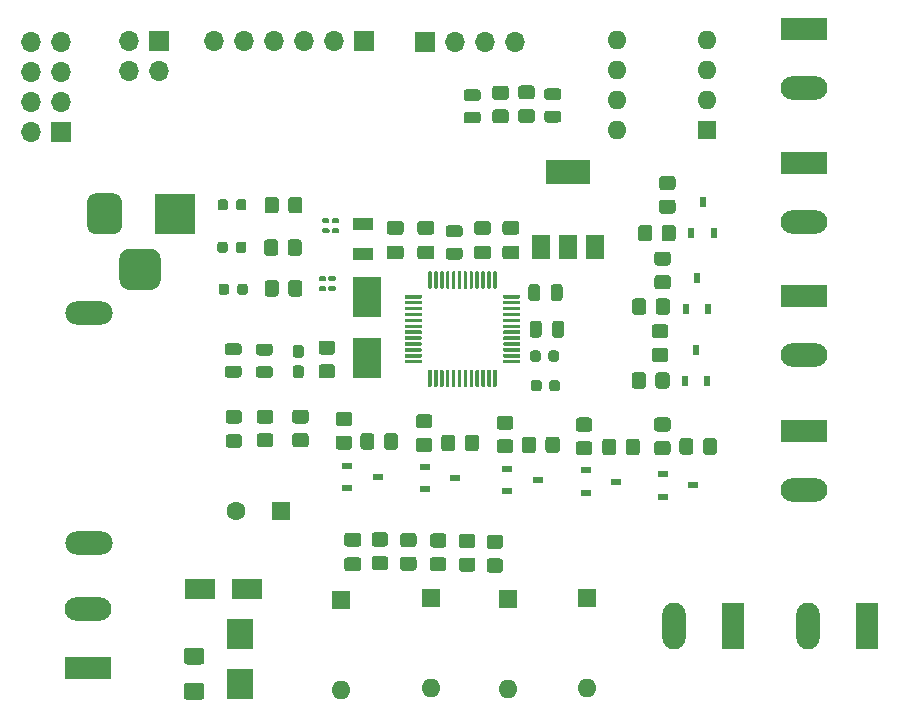
<source format=gbr>
%TF.GenerationSoftware,KiCad,Pcbnew,(5.1.10)-1*%
%TF.CreationDate,2022-04-27T18:27:10+08:00*%
%TF.ProjectId,lamp,6c616d70-2e6b-4696-9361-645f70636258,rev?*%
%TF.SameCoordinates,Original*%
%TF.FileFunction,Soldermask,Top*%
%TF.FilePolarity,Negative*%
%FSLAX46Y46*%
G04 Gerber Fmt 4.6, Leading zero omitted, Abs format (unit mm)*
G04 Created by KiCad (PCBNEW (5.1.10)-1) date 2022-04-27 18:27:10*
%MOMM*%
%LPD*%
G01*
G04 APERTURE LIST*
%ADD10R,2.300000X2.500000*%
%ADD11O,1.700000X1.700000*%
%ADD12R,1.700000X1.700000*%
%ADD13O,1.600000X1.600000*%
%ADD14R,1.600000X1.600000*%
%ADD15C,1.600000*%
%ADD16R,2.400000X3.500000*%
%ADD17R,1.800000X1.000000*%
%ADD18O,4.000000X2.000000*%
%ADD19R,2.500000X1.800000*%
%ADD20R,0.600000X0.900000*%
%ADD21R,0.900000X0.600000*%
%ADD22O,3.960000X1.980000*%
%ADD23R,3.960000X1.980000*%
%ADD24O,1.980000X3.960000*%
%ADD25R,1.980000X3.960000*%
%ADD26R,3.500000X3.500000*%
%ADD27R,1.500000X2.000000*%
%ADD28R,3.800000X2.000000*%
G04 APERTURE END LIST*
%TO.C,C100*%
G36*
G01*
X145419000Y-16201001D02*
X144469000Y-16201001D01*
G75*
G02*
X144219000Y-15951001I0J250000D01*
G01*
X144219000Y-15451001D01*
G75*
G02*
X144469000Y-15201001I250000J0D01*
G01*
X145419000Y-15201001D01*
G75*
G02*
X145669000Y-15451001I0J-250000D01*
G01*
X145669000Y-15951001D01*
G75*
G02*
X145419000Y-16201001I-250000J0D01*
G01*
G37*
G36*
G01*
X145419000Y-18101001D02*
X144469000Y-18101001D01*
G75*
G02*
X144219000Y-17851001I0J250000D01*
G01*
X144219000Y-17351001D01*
G75*
G02*
X144469000Y-17101001I250000J0D01*
G01*
X145419000Y-17101001D01*
G75*
G02*
X145669000Y-17351001I0J-250000D01*
G01*
X145669000Y-17851001D01*
G75*
G02*
X145419000Y-18101001I-250000J0D01*
G01*
G37*
%TD*%
%TO.C,R28*%
G36*
G01*
X140069999Y-16980000D02*
X140970001Y-16980000D01*
G75*
G02*
X141220000Y-17229999I0J-249999D01*
G01*
X141220000Y-17930001D01*
G75*
G02*
X140970001Y-18180000I-249999J0D01*
G01*
X140069999Y-18180000D01*
G75*
G02*
X139820000Y-17930001I0J249999D01*
G01*
X139820000Y-17229999D01*
G75*
G02*
X140069999Y-16980000I249999J0D01*
G01*
G37*
G36*
G01*
X140069999Y-14980000D02*
X140970001Y-14980000D01*
G75*
G02*
X141220000Y-15229999I0J-249999D01*
G01*
X141220000Y-15930001D01*
G75*
G02*
X140970001Y-16180000I-249999J0D01*
G01*
X140069999Y-16180000D01*
G75*
G02*
X139820000Y-15930001I0J249999D01*
G01*
X139820000Y-15229999D01*
G75*
G02*
X140069999Y-14980000I249999J0D01*
G01*
G37*
%TD*%
D10*
%TO.C,D1*%
X118475000Y-65675000D03*
X118475000Y-61375000D03*
%TD*%
D11*
%TO.C,J1*%
X100810000Y-11255000D03*
X103350000Y-11255000D03*
X100810000Y-13795000D03*
X103350000Y-13795000D03*
X100810000Y-16335000D03*
X103350000Y-16335000D03*
X100810000Y-18875000D03*
D12*
X103350000Y-18875000D03*
%TD*%
%TO.C,LD1*%
G36*
G01*
X118390001Y-43590000D02*
X117489999Y-43590000D01*
G75*
G02*
X117240000Y-43340001I0J249999D01*
G01*
X117240000Y-42689999D01*
G75*
G02*
X117489999Y-42440000I249999J0D01*
G01*
X118390001Y-42440000D01*
G75*
G02*
X118640000Y-42689999I0J-249999D01*
G01*
X118640000Y-43340001D01*
G75*
G02*
X118390001Y-43590000I-249999J0D01*
G01*
G37*
G36*
G01*
X118390001Y-45640000D02*
X117489999Y-45640000D01*
G75*
G02*
X117240000Y-45390001I0J249999D01*
G01*
X117240000Y-44739999D01*
G75*
G02*
X117489999Y-44490000I249999J0D01*
G01*
X118390001Y-44490000D01*
G75*
G02*
X118640000Y-44739999I0J-249999D01*
G01*
X118640000Y-45390001D01*
G75*
G02*
X118390001Y-45640000I-249999J0D01*
G01*
G37*
%TD*%
%TO.C,F1*%
G36*
G01*
X113950000Y-65537500D02*
X115200000Y-65537500D01*
G75*
G02*
X115450000Y-65787500I0J-250000D01*
G01*
X115450000Y-66712500D01*
G75*
G02*
X115200000Y-66962500I-250000J0D01*
G01*
X113950000Y-66962500D01*
G75*
G02*
X113700000Y-66712500I0J250000D01*
G01*
X113700000Y-65787500D01*
G75*
G02*
X113950000Y-65537500I250000J0D01*
G01*
G37*
G36*
G01*
X113950000Y-62562500D02*
X115200000Y-62562500D01*
G75*
G02*
X115450000Y-62812500I0J-250000D01*
G01*
X115450000Y-63737500D01*
G75*
G02*
X115200000Y-63987500I-250000J0D01*
G01*
X113950000Y-63987500D01*
G75*
G02*
X113700000Y-63737500I0J250000D01*
G01*
X113700000Y-62812500D01*
G75*
G02*
X113950000Y-62562500I250000J0D01*
G01*
G37*
%TD*%
D13*
%TO.C,U2*%
X150390000Y-18710000D03*
X158010000Y-11090000D03*
X150390000Y-16170000D03*
X158010000Y-13630000D03*
X150390000Y-13630000D03*
X158010000Y-16170000D03*
X150390000Y-11090000D03*
D14*
X158010000Y-18710000D03*
%TD*%
D15*
%TO.C,C15*%
X118140000Y-51000000D03*
D14*
X121940000Y-51000000D03*
%TD*%
D16*
%TO.C,Y1*%
X129260000Y-32840000D03*
X129260000Y-38040000D03*
%TD*%
D17*
%TO.C,Y2*%
X128870000Y-29230000D03*
X128870000Y-26730000D03*
%TD*%
%TO.C,R29*%
G36*
G01*
X142269999Y-16942500D02*
X143170001Y-16942500D01*
G75*
G02*
X143420000Y-17192499I0J-249999D01*
G01*
X143420000Y-17892501D01*
G75*
G02*
X143170001Y-18142500I-249999J0D01*
G01*
X142269999Y-18142500D01*
G75*
G02*
X142020000Y-17892501I0J249999D01*
G01*
X142020000Y-17192499D01*
G75*
G02*
X142269999Y-16942500I249999J0D01*
G01*
G37*
G36*
G01*
X142269999Y-14942500D02*
X143170001Y-14942500D01*
G75*
G02*
X143420000Y-15192499I0J-249999D01*
G01*
X143420000Y-15892501D01*
G75*
G02*
X143170001Y-16142500I-249999J0D01*
G01*
X142269999Y-16142500D01*
G75*
G02*
X142020000Y-15892501I0J249999D01*
G01*
X142020000Y-15192499D01*
G75*
G02*
X142269999Y-14942500I249999J0D01*
G01*
G37*
%TD*%
%TO.C,R27*%
G36*
G01*
X124030001Y-43600000D02*
X123129999Y-43600000D01*
G75*
G02*
X122880000Y-43350001I0J249999D01*
G01*
X122880000Y-42649999D01*
G75*
G02*
X123129999Y-42400000I249999J0D01*
G01*
X124030001Y-42400000D01*
G75*
G02*
X124280000Y-42649999I0J-249999D01*
G01*
X124280000Y-43350001D01*
G75*
G02*
X124030001Y-43600000I-249999J0D01*
G01*
G37*
G36*
G01*
X124030001Y-45600000D02*
X123129999Y-45600000D01*
G75*
G02*
X122880000Y-45350001I0J249999D01*
G01*
X122880000Y-44649999D01*
G75*
G02*
X123129999Y-44400000I249999J0D01*
G01*
X124030001Y-44400000D01*
G75*
G02*
X124280000Y-44649999I0J-249999D01*
G01*
X124280000Y-45350001D01*
G75*
G02*
X124030001Y-45600000I-249999J0D01*
G01*
G37*
%TD*%
%TO.C,R26*%
G36*
G01*
X121030001Y-43600000D02*
X120129999Y-43600000D01*
G75*
G02*
X119880000Y-43350001I0J249999D01*
G01*
X119880000Y-42649999D01*
G75*
G02*
X120129999Y-42400000I249999J0D01*
G01*
X121030001Y-42400000D01*
G75*
G02*
X121280000Y-42649999I0J-249999D01*
G01*
X121280000Y-43350001D01*
G75*
G02*
X121030001Y-43600000I-249999J0D01*
G01*
G37*
G36*
G01*
X121030001Y-45600000D02*
X120129999Y-45600000D01*
G75*
G02*
X119880000Y-45350001I0J249999D01*
G01*
X119880000Y-44649999D01*
G75*
G02*
X120129999Y-44400000I249999J0D01*
G01*
X121030001Y-44400000D01*
G75*
G02*
X121280000Y-44649999I0J-249999D01*
G01*
X121280000Y-45350001D01*
G75*
G02*
X121030001Y-45600000I-249999J0D01*
G01*
G37*
%TD*%
%TO.C,R25*%
G36*
G01*
X139589999Y-55010000D02*
X140490001Y-55010000D01*
G75*
G02*
X140740000Y-55259999I0J-249999D01*
G01*
X140740000Y-55960001D01*
G75*
G02*
X140490001Y-56210000I-249999J0D01*
G01*
X139589999Y-56210000D01*
G75*
G02*
X139340000Y-55960001I0J249999D01*
G01*
X139340000Y-55259999D01*
G75*
G02*
X139589999Y-55010000I249999J0D01*
G01*
G37*
G36*
G01*
X139589999Y-53010000D02*
X140490001Y-53010000D01*
G75*
G02*
X140740000Y-53259999I0J-249999D01*
G01*
X140740000Y-53960001D01*
G75*
G02*
X140490001Y-54210000I-249999J0D01*
G01*
X139589999Y-54210000D01*
G75*
G02*
X139340000Y-53960001I0J249999D01*
G01*
X139340000Y-53259999D01*
G75*
G02*
X139589999Y-53010000I249999J0D01*
G01*
G37*
%TD*%
%TO.C,R24*%
G36*
G01*
X137249999Y-54930000D02*
X138150001Y-54930000D01*
G75*
G02*
X138400000Y-55179999I0J-249999D01*
G01*
X138400000Y-55880001D01*
G75*
G02*
X138150001Y-56130000I-249999J0D01*
G01*
X137249999Y-56130000D01*
G75*
G02*
X137000000Y-55880001I0J249999D01*
G01*
X137000000Y-55179999D01*
G75*
G02*
X137249999Y-54930000I249999J0D01*
G01*
G37*
G36*
G01*
X137249999Y-52930000D02*
X138150001Y-52930000D01*
G75*
G02*
X138400000Y-53179999I0J-249999D01*
G01*
X138400000Y-53880001D01*
G75*
G02*
X138150001Y-54130000I-249999J0D01*
G01*
X137249999Y-54130000D01*
G75*
G02*
X137000000Y-53880001I0J249999D01*
G01*
X137000000Y-53179999D01*
G75*
G02*
X137249999Y-52930000I249999J0D01*
G01*
G37*
%TD*%
%TO.C,R23*%
G36*
G01*
X134789999Y-54890000D02*
X135690001Y-54890000D01*
G75*
G02*
X135940000Y-55139999I0J-249999D01*
G01*
X135940000Y-55840001D01*
G75*
G02*
X135690001Y-56090000I-249999J0D01*
G01*
X134789999Y-56090000D01*
G75*
G02*
X134540000Y-55840001I0J249999D01*
G01*
X134540000Y-55139999D01*
G75*
G02*
X134789999Y-54890000I249999J0D01*
G01*
G37*
G36*
G01*
X134789999Y-52890000D02*
X135690001Y-52890000D01*
G75*
G02*
X135940000Y-53139999I0J-249999D01*
G01*
X135940000Y-53840001D01*
G75*
G02*
X135690001Y-54090000I-249999J0D01*
G01*
X134789999Y-54090000D01*
G75*
G02*
X134540000Y-53840001I0J249999D01*
G01*
X134540000Y-53139999D01*
G75*
G02*
X134789999Y-52890000I249999J0D01*
G01*
G37*
%TD*%
%TO.C,R22*%
G36*
G01*
X155090001Y-23830000D02*
X154189999Y-23830000D01*
G75*
G02*
X153940000Y-23580001I0J249999D01*
G01*
X153940000Y-22879999D01*
G75*
G02*
X154189999Y-22630000I249999J0D01*
G01*
X155090001Y-22630000D01*
G75*
G02*
X155340000Y-22879999I0J-249999D01*
G01*
X155340000Y-23580001D01*
G75*
G02*
X155090001Y-23830000I-249999J0D01*
G01*
G37*
G36*
G01*
X155090001Y-25830000D02*
X154189999Y-25830000D01*
G75*
G02*
X153940000Y-25580001I0J249999D01*
G01*
X153940000Y-24879999D01*
G75*
G02*
X154189999Y-24630000I249999J0D01*
G01*
X155090001Y-24630000D01*
G75*
G02*
X155340000Y-24879999I0J-249999D01*
G01*
X155340000Y-25580001D01*
G75*
G02*
X155090001Y-25830000I-249999J0D01*
G01*
G37*
%TD*%
%TO.C,R21*%
G36*
G01*
X154690001Y-30220000D02*
X153789999Y-30220000D01*
G75*
G02*
X153540000Y-29970001I0J249999D01*
G01*
X153540000Y-29269999D01*
G75*
G02*
X153789999Y-29020000I249999J0D01*
G01*
X154690001Y-29020000D01*
G75*
G02*
X154940000Y-29269999I0J-249999D01*
G01*
X154940000Y-29970001D01*
G75*
G02*
X154690001Y-30220000I-249999J0D01*
G01*
G37*
G36*
G01*
X154690001Y-32220000D02*
X153789999Y-32220000D01*
G75*
G02*
X153540000Y-31970001I0J249999D01*
G01*
X153540000Y-31269999D01*
G75*
G02*
X153789999Y-31020000I249999J0D01*
G01*
X154690001Y-31020000D01*
G75*
G02*
X154940000Y-31269999I0J-249999D01*
G01*
X154940000Y-31970001D01*
G75*
G02*
X154690001Y-32220000I-249999J0D01*
G01*
G37*
%TD*%
%TO.C,R20*%
G36*
G01*
X154480001Y-36380000D02*
X153579999Y-36380000D01*
G75*
G02*
X153330000Y-36130001I0J249999D01*
G01*
X153330000Y-35429999D01*
G75*
G02*
X153579999Y-35180000I249999J0D01*
G01*
X154480001Y-35180000D01*
G75*
G02*
X154730000Y-35429999I0J-249999D01*
G01*
X154730000Y-36130001D01*
G75*
G02*
X154480001Y-36380000I-249999J0D01*
G01*
G37*
G36*
G01*
X154480001Y-38380000D02*
X153579999Y-38380000D01*
G75*
G02*
X153330000Y-38130001I0J249999D01*
G01*
X153330000Y-37429999D01*
G75*
G02*
X153579999Y-37180000I249999J0D01*
G01*
X154480001Y-37180000D01*
G75*
G02*
X154730000Y-37429999I0J-249999D01*
G01*
X154730000Y-38130001D01*
G75*
G02*
X154480001Y-38380000I-249999J0D01*
G01*
G37*
%TD*%
%TO.C,R19*%
G36*
G01*
X157660000Y-45970001D02*
X157660000Y-45069999D01*
G75*
G02*
X157909999Y-44820000I249999J0D01*
G01*
X158610001Y-44820000D01*
G75*
G02*
X158860000Y-45069999I0J-249999D01*
G01*
X158860000Y-45970001D01*
G75*
G02*
X158610001Y-46220000I-249999J0D01*
G01*
X157909999Y-46220000D01*
G75*
G02*
X157660000Y-45970001I0J249999D01*
G01*
G37*
G36*
G01*
X155660000Y-45970001D02*
X155660000Y-45069999D01*
G75*
G02*
X155909999Y-44820000I249999J0D01*
G01*
X156610001Y-44820000D01*
G75*
G02*
X156860000Y-45069999I0J-249999D01*
G01*
X156860000Y-45970001D01*
G75*
G02*
X156610001Y-46220000I-249999J0D01*
G01*
X155909999Y-46220000D01*
G75*
G02*
X155660000Y-45970001I0J249999D01*
G01*
G37*
%TD*%
%TO.C,R18*%
G36*
G01*
X151120000Y-46020001D02*
X151120000Y-45119999D01*
G75*
G02*
X151369999Y-44870000I249999J0D01*
G01*
X152070001Y-44870000D01*
G75*
G02*
X152320000Y-45119999I0J-249999D01*
G01*
X152320000Y-46020001D01*
G75*
G02*
X152070001Y-46270000I-249999J0D01*
G01*
X151369999Y-46270000D01*
G75*
G02*
X151120000Y-46020001I0J249999D01*
G01*
G37*
G36*
G01*
X149120000Y-46020001D02*
X149120000Y-45119999D01*
G75*
G02*
X149369999Y-44870000I249999J0D01*
G01*
X150070001Y-44870000D01*
G75*
G02*
X150320000Y-45119999I0J-249999D01*
G01*
X150320000Y-46020001D01*
G75*
G02*
X150070001Y-46270000I-249999J0D01*
G01*
X149369999Y-46270000D01*
G75*
G02*
X149120000Y-46020001I0J249999D01*
G01*
G37*
%TD*%
%TO.C,R17*%
G36*
G01*
X144330000Y-45840001D02*
X144330000Y-44939999D01*
G75*
G02*
X144579999Y-44690000I249999J0D01*
G01*
X145280001Y-44690000D01*
G75*
G02*
X145530000Y-44939999I0J-249999D01*
G01*
X145530000Y-45840001D01*
G75*
G02*
X145280001Y-46090000I-249999J0D01*
G01*
X144579999Y-46090000D01*
G75*
G02*
X144330000Y-45840001I0J249999D01*
G01*
G37*
G36*
G01*
X142330000Y-45840001D02*
X142330000Y-44939999D01*
G75*
G02*
X142579999Y-44690000I249999J0D01*
G01*
X143280001Y-44690000D01*
G75*
G02*
X143530000Y-44939999I0J-249999D01*
G01*
X143530000Y-45840001D01*
G75*
G02*
X143280001Y-46090000I-249999J0D01*
G01*
X142579999Y-46090000D01*
G75*
G02*
X142330000Y-45840001I0J249999D01*
G01*
G37*
%TD*%
%TO.C,R16*%
G36*
G01*
X137500000Y-45680001D02*
X137500000Y-44779999D01*
G75*
G02*
X137749999Y-44530000I249999J0D01*
G01*
X138450001Y-44530000D01*
G75*
G02*
X138700000Y-44779999I0J-249999D01*
G01*
X138700000Y-45680001D01*
G75*
G02*
X138450001Y-45930000I-249999J0D01*
G01*
X137749999Y-45930000D01*
G75*
G02*
X137500000Y-45680001I0J249999D01*
G01*
G37*
G36*
G01*
X135500000Y-45680001D02*
X135500000Y-44779999D01*
G75*
G02*
X135749999Y-44530000I249999J0D01*
G01*
X136450001Y-44530000D01*
G75*
G02*
X136700000Y-44779999I0J-249999D01*
G01*
X136700000Y-45680001D01*
G75*
G02*
X136450001Y-45930000I-249999J0D01*
G01*
X135749999Y-45930000D01*
G75*
G02*
X135500000Y-45680001I0J249999D01*
G01*
G37*
%TD*%
%TO.C,R15*%
G36*
G01*
X130650000Y-45550001D02*
X130650000Y-44649999D01*
G75*
G02*
X130899999Y-44400000I249999J0D01*
G01*
X131600001Y-44400000D01*
G75*
G02*
X131850000Y-44649999I0J-249999D01*
G01*
X131850000Y-45550001D01*
G75*
G02*
X131600001Y-45800000I-249999J0D01*
G01*
X130899999Y-45800000D01*
G75*
G02*
X130650000Y-45550001I0J249999D01*
G01*
G37*
G36*
G01*
X128650000Y-45550001D02*
X128650000Y-44649999D01*
G75*
G02*
X128899999Y-44400000I249999J0D01*
G01*
X129600001Y-44400000D01*
G75*
G02*
X129850000Y-44649999I0J-249999D01*
G01*
X129850000Y-45550001D01*
G75*
G02*
X129600001Y-45800000I-249999J0D01*
G01*
X128899999Y-45800000D01*
G75*
G02*
X128650000Y-45550001I0J249999D01*
G01*
G37*
%TD*%
%TO.C,R14*%
G36*
G01*
X154160000Y-27920001D02*
X154160000Y-27019999D01*
G75*
G02*
X154409999Y-26770000I249999J0D01*
G01*
X155110001Y-26770000D01*
G75*
G02*
X155360000Y-27019999I0J-249999D01*
G01*
X155360000Y-27920001D01*
G75*
G02*
X155110001Y-28170000I-249999J0D01*
G01*
X154409999Y-28170000D01*
G75*
G02*
X154160000Y-27920001I0J249999D01*
G01*
G37*
G36*
G01*
X152160000Y-27920001D02*
X152160000Y-27019999D01*
G75*
G02*
X152409999Y-26770000I249999J0D01*
G01*
X153110001Y-26770000D01*
G75*
G02*
X153360000Y-27019999I0J-249999D01*
G01*
X153360000Y-27920001D01*
G75*
G02*
X153110001Y-28170000I-249999J0D01*
G01*
X152409999Y-28170000D01*
G75*
G02*
X152160000Y-27920001I0J249999D01*
G01*
G37*
%TD*%
%TO.C,R13*%
G36*
G01*
X153660000Y-34140001D02*
X153660000Y-33239999D01*
G75*
G02*
X153909999Y-32990000I249999J0D01*
G01*
X154610001Y-32990000D01*
G75*
G02*
X154860000Y-33239999I0J-249999D01*
G01*
X154860000Y-34140001D01*
G75*
G02*
X154610001Y-34390000I-249999J0D01*
G01*
X153909999Y-34390000D01*
G75*
G02*
X153660000Y-34140001I0J249999D01*
G01*
G37*
G36*
G01*
X151660000Y-34140001D02*
X151660000Y-33239999D01*
G75*
G02*
X151909999Y-32990000I249999J0D01*
G01*
X152610001Y-32990000D01*
G75*
G02*
X152860000Y-33239999I0J-249999D01*
G01*
X152860000Y-34140001D01*
G75*
G02*
X152610001Y-34390000I-249999J0D01*
G01*
X151909999Y-34390000D01*
G75*
G02*
X151660000Y-34140001I0J249999D01*
G01*
G37*
%TD*%
%TO.C,R12*%
G36*
G01*
X153630000Y-40390001D02*
X153630000Y-39489999D01*
G75*
G02*
X153879999Y-39240000I249999J0D01*
G01*
X154580001Y-39240000D01*
G75*
G02*
X154830000Y-39489999I0J-249999D01*
G01*
X154830000Y-40390001D01*
G75*
G02*
X154580001Y-40640000I-249999J0D01*
G01*
X153879999Y-40640000D01*
G75*
G02*
X153630000Y-40390001I0J249999D01*
G01*
G37*
G36*
G01*
X151630000Y-40390001D02*
X151630000Y-39489999D01*
G75*
G02*
X151879999Y-39240000I249999J0D01*
G01*
X152580001Y-39240000D01*
G75*
G02*
X152830000Y-39489999I0J-249999D01*
G01*
X152830000Y-40390001D01*
G75*
G02*
X152580001Y-40640000I-249999J0D01*
G01*
X151879999Y-40640000D01*
G75*
G02*
X151630000Y-40390001I0J249999D01*
G01*
G37*
%TD*%
%TO.C,R11*%
G36*
G01*
X153769999Y-45060000D02*
X154670001Y-45060000D01*
G75*
G02*
X154920000Y-45309999I0J-249999D01*
G01*
X154920000Y-46010001D01*
G75*
G02*
X154670001Y-46260000I-249999J0D01*
G01*
X153769999Y-46260000D01*
G75*
G02*
X153520000Y-46010001I0J249999D01*
G01*
X153520000Y-45309999D01*
G75*
G02*
X153769999Y-45060000I249999J0D01*
G01*
G37*
G36*
G01*
X153769999Y-43060000D02*
X154670001Y-43060000D01*
G75*
G02*
X154920000Y-43309999I0J-249999D01*
G01*
X154920000Y-44010001D01*
G75*
G02*
X154670001Y-44260000I-249999J0D01*
G01*
X153769999Y-44260000D01*
G75*
G02*
X153520000Y-44010001I0J249999D01*
G01*
X153520000Y-43309999D01*
G75*
G02*
X153769999Y-43060000I249999J0D01*
G01*
G37*
%TD*%
%TO.C,R10*%
G36*
G01*
X147139999Y-45070000D02*
X148040001Y-45070000D01*
G75*
G02*
X148290000Y-45319999I0J-249999D01*
G01*
X148290000Y-46020001D01*
G75*
G02*
X148040001Y-46270000I-249999J0D01*
G01*
X147139999Y-46270000D01*
G75*
G02*
X146890000Y-46020001I0J249999D01*
G01*
X146890000Y-45319999D01*
G75*
G02*
X147139999Y-45070000I249999J0D01*
G01*
G37*
G36*
G01*
X147139999Y-43070000D02*
X148040001Y-43070000D01*
G75*
G02*
X148290000Y-43319999I0J-249999D01*
G01*
X148290000Y-44020001D01*
G75*
G02*
X148040001Y-44270000I-249999J0D01*
G01*
X147139999Y-44270000D01*
G75*
G02*
X146890000Y-44020001I0J249999D01*
G01*
X146890000Y-43319999D01*
G75*
G02*
X147139999Y-43070000I249999J0D01*
G01*
G37*
%TD*%
%TO.C,R9*%
G36*
G01*
X140449999Y-44910000D02*
X141350001Y-44910000D01*
G75*
G02*
X141600000Y-45159999I0J-249999D01*
G01*
X141600000Y-45860001D01*
G75*
G02*
X141350001Y-46110000I-249999J0D01*
G01*
X140449999Y-46110000D01*
G75*
G02*
X140200000Y-45860001I0J249999D01*
G01*
X140200000Y-45159999D01*
G75*
G02*
X140449999Y-44910000I249999J0D01*
G01*
G37*
G36*
G01*
X140449999Y-42910000D02*
X141350001Y-42910000D01*
G75*
G02*
X141600000Y-43159999I0J-249999D01*
G01*
X141600000Y-43860001D01*
G75*
G02*
X141350001Y-44110000I-249999J0D01*
G01*
X140449999Y-44110000D01*
G75*
G02*
X140200000Y-43860001I0J249999D01*
G01*
X140200000Y-43159999D01*
G75*
G02*
X140449999Y-42910000I249999J0D01*
G01*
G37*
%TD*%
%TO.C,R8*%
G36*
G01*
X133599999Y-44800000D02*
X134500001Y-44800000D01*
G75*
G02*
X134750000Y-45049999I0J-249999D01*
G01*
X134750000Y-45750001D01*
G75*
G02*
X134500001Y-46000000I-249999J0D01*
G01*
X133599999Y-46000000D01*
G75*
G02*
X133350000Y-45750001I0J249999D01*
G01*
X133350000Y-45049999D01*
G75*
G02*
X133599999Y-44800000I249999J0D01*
G01*
G37*
G36*
G01*
X133599999Y-42800000D02*
X134500001Y-42800000D01*
G75*
G02*
X134750000Y-43049999I0J-249999D01*
G01*
X134750000Y-43750001D01*
G75*
G02*
X134500001Y-44000000I-249999J0D01*
G01*
X133599999Y-44000000D01*
G75*
G02*
X133350000Y-43750001I0J249999D01*
G01*
X133350000Y-43049999D01*
G75*
G02*
X133599999Y-42800000I249999J0D01*
G01*
G37*
%TD*%
%TO.C,R7*%
G36*
G01*
X126809999Y-44600000D02*
X127710001Y-44600000D01*
G75*
G02*
X127960000Y-44849999I0J-249999D01*
G01*
X127960000Y-45550001D01*
G75*
G02*
X127710001Y-45800000I-249999J0D01*
G01*
X126809999Y-45800000D01*
G75*
G02*
X126560000Y-45550001I0J249999D01*
G01*
X126560000Y-44849999D01*
G75*
G02*
X126809999Y-44600000I249999J0D01*
G01*
G37*
G36*
G01*
X126809999Y-42600000D02*
X127710001Y-42600000D01*
G75*
G02*
X127960000Y-42849999I0J-249999D01*
G01*
X127960000Y-43550001D01*
G75*
G02*
X127710001Y-43800000I-249999J0D01*
G01*
X126809999Y-43800000D01*
G75*
G02*
X126560000Y-43550001I0J249999D01*
G01*
X126560000Y-42849999D01*
G75*
G02*
X126809999Y-42600000I249999J0D01*
G01*
G37*
%TD*%
%TO.C,R6*%
G36*
G01*
X121750000Y-31689999D02*
X121750000Y-32590001D01*
G75*
G02*
X121500001Y-32840000I-249999J0D01*
G01*
X120799999Y-32840000D01*
G75*
G02*
X120550000Y-32590001I0J249999D01*
G01*
X120550000Y-31689999D01*
G75*
G02*
X120799999Y-31440000I249999J0D01*
G01*
X121500001Y-31440000D01*
G75*
G02*
X121750000Y-31689999I0J-249999D01*
G01*
G37*
G36*
G01*
X123750000Y-31689999D02*
X123750000Y-32590001D01*
G75*
G02*
X123500001Y-32840000I-249999J0D01*
G01*
X122799999Y-32840000D01*
G75*
G02*
X122550000Y-32590001I0J249999D01*
G01*
X122550000Y-31689999D01*
G75*
G02*
X122799999Y-31440000I249999J0D01*
G01*
X123500001Y-31440000D01*
G75*
G02*
X123750000Y-31689999I0J-249999D01*
G01*
G37*
%TD*%
%TO.C,R5*%
G36*
G01*
X121700000Y-28239999D02*
X121700000Y-29140001D01*
G75*
G02*
X121450001Y-29390000I-249999J0D01*
G01*
X120749999Y-29390000D01*
G75*
G02*
X120500000Y-29140001I0J249999D01*
G01*
X120500000Y-28239999D01*
G75*
G02*
X120749999Y-27990000I249999J0D01*
G01*
X121450001Y-27990000D01*
G75*
G02*
X121700000Y-28239999I0J-249999D01*
G01*
G37*
G36*
G01*
X123700000Y-28239999D02*
X123700000Y-29140001D01*
G75*
G02*
X123450001Y-29390000I-249999J0D01*
G01*
X122749999Y-29390000D01*
G75*
G02*
X122500000Y-29140001I0J249999D01*
G01*
X122500000Y-28239999D01*
G75*
G02*
X122749999Y-27990000I249999J0D01*
G01*
X123450001Y-27990000D01*
G75*
G02*
X123700000Y-28239999I0J-249999D01*
G01*
G37*
%TD*%
%TO.C,R4*%
G36*
G01*
X121750000Y-24639999D02*
X121750000Y-25540001D01*
G75*
G02*
X121500001Y-25790000I-249999J0D01*
G01*
X120799999Y-25790000D01*
G75*
G02*
X120550000Y-25540001I0J249999D01*
G01*
X120550000Y-24639999D01*
G75*
G02*
X120799999Y-24390000I249999J0D01*
G01*
X121500001Y-24390000D01*
G75*
G02*
X121750000Y-24639999I0J-249999D01*
G01*
G37*
G36*
G01*
X123750000Y-24639999D02*
X123750000Y-25540001D01*
G75*
G02*
X123500001Y-25790000I-249999J0D01*
G01*
X122799999Y-25790000D01*
G75*
G02*
X122550000Y-25540001I0J249999D01*
G01*
X122550000Y-24639999D01*
G75*
G02*
X122799999Y-24390000I249999J0D01*
G01*
X123500001Y-24390000D01*
G75*
G02*
X123750000Y-24639999I0J-249999D01*
G01*
G37*
%TD*%
%TO.C,R3*%
G36*
G01*
X126270001Y-37760000D02*
X125369999Y-37760000D01*
G75*
G02*
X125120000Y-37510001I0J249999D01*
G01*
X125120000Y-36809999D01*
G75*
G02*
X125369999Y-36560000I249999J0D01*
G01*
X126270001Y-36560000D01*
G75*
G02*
X126520000Y-36809999I0J-249999D01*
G01*
X126520000Y-37510001D01*
G75*
G02*
X126270001Y-37760000I-249999J0D01*
G01*
G37*
G36*
G01*
X126270001Y-39760000D02*
X125369999Y-39760000D01*
G75*
G02*
X125120000Y-39510001I0J249999D01*
G01*
X125120000Y-38809999D01*
G75*
G02*
X125369999Y-38560000I249999J0D01*
G01*
X126270001Y-38560000D01*
G75*
G02*
X126520000Y-38809999I0J-249999D01*
G01*
X126520000Y-39510001D01*
G75*
G02*
X126270001Y-39760000I-249999J0D01*
G01*
G37*
%TD*%
D18*
%TO.C,SW1*%
X105650000Y-53700000D03*
X105650000Y-34200000D03*
%TD*%
%TO.C,U1*%
G36*
G01*
X134400000Y-32100000D02*
X134400000Y-30775000D01*
G75*
G02*
X134475000Y-30700000I75000J0D01*
G01*
X134625000Y-30700000D01*
G75*
G02*
X134700000Y-30775000I0J-75000D01*
G01*
X134700000Y-32100000D01*
G75*
G02*
X134625000Y-32175000I-75000J0D01*
G01*
X134475000Y-32175000D01*
G75*
G02*
X134400000Y-32100000I0J75000D01*
G01*
G37*
G36*
G01*
X134900000Y-32100000D02*
X134900000Y-30775000D01*
G75*
G02*
X134975000Y-30700000I75000J0D01*
G01*
X135125000Y-30700000D01*
G75*
G02*
X135200000Y-30775000I0J-75000D01*
G01*
X135200000Y-32100000D01*
G75*
G02*
X135125000Y-32175000I-75000J0D01*
G01*
X134975000Y-32175000D01*
G75*
G02*
X134900000Y-32100000I0J75000D01*
G01*
G37*
G36*
G01*
X135400000Y-32100000D02*
X135400000Y-30775000D01*
G75*
G02*
X135475000Y-30700000I75000J0D01*
G01*
X135625000Y-30700000D01*
G75*
G02*
X135700000Y-30775000I0J-75000D01*
G01*
X135700000Y-32100000D01*
G75*
G02*
X135625000Y-32175000I-75000J0D01*
G01*
X135475000Y-32175000D01*
G75*
G02*
X135400000Y-32100000I0J75000D01*
G01*
G37*
G36*
G01*
X135900000Y-32100000D02*
X135900000Y-30775000D01*
G75*
G02*
X135975000Y-30700000I75000J0D01*
G01*
X136125000Y-30700000D01*
G75*
G02*
X136200000Y-30775000I0J-75000D01*
G01*
X136200000Y-32100000D01*
G75*
G02*
X136125000Y-32175000I-75000J0D01*
G01*
X135975000Y-32175000D01*
G75*
G02*
X135900000Y-32100000I0J75000D01*
G01*
G37*
G36*
G01*
X136400000Y-32100000D02*
X136400000Y-30775000D01*
G75*
G02*
X136475000Y-30700000I75000J0D01*
G01*
X136625000Y-30700000D01*
G75*
G02*
X136700000Y-30775000I0J-75000D01*
G01*
X136700000Y-32100000D01*
G75*
G02*
X136625000Y-32175000I-75000J0D01*
G01*
X136475000Y-32175000D01*
G75*
G02*
X136400000Y-32100000I0J75000D01*
G01*
G37*
G36*
G01*
X136900000Y-32100000D02*
X136900000Y-30775000D01*
G75*
G02*
X136975000Y-30700000I75000J0D01*
G01*
X137125000Y-30700000D01*
G75*
G02*
X137200000Y-30775000I0J-75000D01*
G01*
X137200000Y-32100000D01*
G75*
G02*
X137125000Y-32175000I-75000J0D01*
G01*
X136975000Y-32175000D01*
G75*
G02*
X136900000Y-32100000I0J75000D01*
G01*
G37*
G36*
G01*
X137400000Y-32100000D02*
X137400000Y-30775000D01*
G75*
G02*
X137475000Y-30700000I75000J0D01*
G01*
X137625000Y-30700000D01*
G75*
G02*
X137700000Y-30775000I0J-75000D01*
G01*
X137700000Y-32100000D01*
G75*
G02*
X137625000Y-32175000I-75000J0D01*
G01*
X137475000Y-32175000D01*
G75*
G02*
X137400000Y-32100000I0J75000D01*
G01*
G37*
G36*
G01*
X137900000Y-32100000D02*
X137900000Y-30775000D01*
G75*
G02*
X137975000Y-30700000I75000J0D01*
G01*
X138125000Y-30700000D01*
G75*
G02*
X138200000Y-30775000I0J-75000D01*
G01*
X138200000Y-32100000D01*
G75*
G02*
X138125000Y-32175000I-75000J0D01*
G01*
X137975000Y-32175000D01*
G75*
G02*
X137900000Y-32100000I0J75000D01*
G01*
G37*
G36*
G01*
X138400000Y-32100000D02*
X138400000Y-30775000D01*
G75*
G02*
X138475000Y-30700000I75000J0D01*
G01*
X138625000Y-30700000D01*
G75*
G02*
X138700000Y-30775000I0J-75000D01*
G01*
X138700000Y-32100000D01*
G75*
G02*
X138625000Y-32175000I-75000J0D01*
G01*
X138475000Y-32175000D01*
G75*
G02*
X138400000Y-32100000I0J75000D01*
G01*
G37*
G36*
G01*
X138900000Y-32100000D02*
X138900000Y-30775000D01*
G75*
G02*
X138975000Y-30700000I75000J0D01*
G01*
X139125000Y-30700000D01*
G75*
G02*
X139200000Y-30775000I0J-75000D01*
G01*
X139200000Y-32100000D01*
G75*
G02*
X139125000Y-32175000I-75000J0D01*
G01*
X138975000Y-32175000D01*
G75*
G02*
X138900000Y-32100000I0J75000D01*
G01*
G37*
G36*
G01*
X139400000Y-32100000D02*
X139400000Y-30775000D01*
G75*
G02*
X139475000Y-30700000I75000J0D01*
G01*
X139625000Y-30700000D01*
G75*
G02*
X139700000Y-30775000I0J-75000D01*
G01*
X139700000Y-32100000D01*
G75*
G02*
X139625000Y-32175000I-75000J0D01*
G01*
X139475000Y-32175000D01*
G75*
G02*
X139400000Y-32100000I0J75000D01*
G01*
G37*
G36*
G01*
X139900000Y-32100000D02*
X139900000Y-30775000D01*
G75*
G02*
X139975000Y-30700000I75000J0D01*
G01*
X140125000Y-30700000D01*
G75*
G02*
X140200000Y-30775000I0J-75000D01*
G01*
X140200000Y-32100000D01*
G75*
G02*
X140125000Y-32175000I-75000J0D01*
G01*
X139975000Y-32175000D01*
G75*
G02*
X139900000Y-32100000I0J75000D01*
G01*
G37*
G36*
G01*
X140725000Y-32925000D02*
X140725000Y-32775000D01*
G75*
G02*
X140800000Y-32700000I75000J0D01*
G01*
X142125000Y-32700000D01*
G75*
G02*
X142200000Y-32775000I0J-75000D01*
G01*
X142200000Y-32925000D01*
G75*
G02*
X142125000Y-33000000I-75000J0D01*
G01*
X140800000Y-33000000D01*
G75*
G02*
X140725000Y-32925000I0J75000D01*
G01*
G37*
G36*
G01*
X140725000Y-33425000D02*
X140725000Y-33275000D01*
G75*
G02*
X140800000Y-33200000I75000J0D01*
G01*
X142125000Y-33200000D01*
G75*
G02*
X142200000Y-33275000I0J-75000D01*
G01*
X142200000Y-33425000D01*
G75*
G02*
X142125000Y-33500000I-75000J0D01*
G01*
X140800000Y-33500000D01*
G75*
G02*
X140725000Y-33425000I0J75000D01*
G01*
G37*
G36*
G01*
X140725000Y-33925000D02*
X140725000Y-33775000D01*
G75*
G02*
X140800000Y-33700000I75000J0D01*
G01*
X142125000Y-33700000D01*
G75*
G02*
X142200000Y-33775000I0J-75000D01*
G01*
X142200000Y-33925000D01*
G75*
G02*
X142125000Y-34000000I-75000J0D01*
G01*
X140800000Y-34000000D01*
G75*
G02*
X140725000Y-33925000I0J75000D01*
G01*
G37*
G36*
G01*
X140725000Y-34425000D02*
X140725000Y-34275000D01*
G75*
G02*
X140800000Y-34200000I75000J0D01*
G01*
X142125000Y-34200000D01*
G75*
G02*
X142200000Y-34275000I0J-75000D01*
G01*
X142200000Y-34425000D01*
G75*
G02*
X142125000Y-34500000I-75000J0D01*
G01*
X140800000Y-34500000D01*
G75*
G02*
X140725000Y-34425000I0J75000D01*
G01*
G37*
G36*
G01*
X140725000Y-34925000D02*
X140725000Y-34775000D01*
G75*
G02*
X140800000Y-34700000I75000J0D01*
G01*
X142125000Y-34700000D01*
G75*
G02*
X142200000Y-34775000I0J-75000D01*
G01*
X142200000Y-34925000D01*
G75*
G02*
X142125000Y-35000000I-75000J0D01*
G01*
X140800000Y-35000000D01*
G75*
G02*
X140725000Y-34925000I0J75000D01*
G01*
G37*
G36*
G01*
X140725000Y-35425000D02*
X140725000Y-35275000D01*
G75*
G02*
X140800000Y-35200000I75000J0D01*
G01*
X142125000Y-35200000D01*
G75*
G02*
X142200000Y-35275000I0J-75000D01*
G01*
X142200000Y-35425000D01*
G75*
G02*
X142125000Y-35500000I-75000J0D01*
G01*
X140800000Y-35500000D01*
G75*
G02*
X140725000Y-35425000I0J75000D01*
G01*
G37*
G36*
G01*
X140725000Y-35925000D02*
X140725000Y-35775000D01*
G75*
G02*
X140800000Y-35700000I75000J0D01*
G01*
X142125000Y-35700000D01*
G75*
G02*
X142200000Y-35775000I0J-75000D01*
G01*
X142200000Y-35925000D01*
G75*
G02*
X142125000Y-36000000I-75000J0D01*
G01*
X140800000Y-36000000D01*
G75*
G02*
X140725000Y-35925000I0J75000D01*
G01*
G37*
G36*
G01*
X140725000Y-36425000D02*
X140725000Y-36275000D01*
G75*
G02*
X140800000Y-36200000I75000J0D01*
G01*
X142125000Y-36200000D01*
G75*
G02*
X142200000Y-36275000I0J-75000D01*
G01*
X142200000Y-36425000D01*
G75*
G02*
X142125000Y-36500000I-75000J0D01*
G01*
X140800000Y-36500000D01*
G75*
G02*
X140725000Y-36425000I0J75000D01*
G01*
G37*
G36*
G01*
X140725000Y-36925000D02*
X140725000Y-36775000D01*
G75*
G02*
X140800000Y-36700000I75000J0D01*
G01*
X142125000Y-36700000D01*
G75*
G02*
X142200000Y-36775000I0J-75000D01*
G01*
X142200000Y-36925000D01*
G75*
G02*
X142125000Y-37000000I-75000J0D01*
G01*
X140800000Y-37000000D01*
G75*
G02*
X140725000Y-36925000I0J75000D01*
G01*
G37*
G36*
G01*
X140725000Y-37425000D02*
X140725000Y-37275000D01*
G75*
G02*
X140800000Y-37200000I75000J0D01*
G01*
X142125000Y-37200000D01*
G75*
G02*
X142200000Y-37275000I0J-75000D01*
G01*
X142200000Y-37425000D01*
G75*
G02*
X142125000Y-37500000I-75000J0D01*
G01*
X140800000Y-37500000D01*
G75*
G02*
X140725000Y-37425000I0J75000D01*
G01*
G37*
G36*
G01*
X140725000Y-37925000D02*
X140725000Y-37775000D01*
G75*
G02*
X140800000Y-37700000I75000J0D01*
G01*
X142125000Y-37700000D01*
G75*
G02*
X142200000Y-37775000I0J-75000D01*
G01*
X142200000Y-37925000D01*
G75*
G02*
X142125000Y-38000000I-75000J0D01*
G01*
X140800000Y-38000000D01*
G75*
G02*
X140725000Y-37925000I0J75000D01*
G01*
G37*
G36*
G01*
X140725000Y-38425000D02*
X140725000Y-38275000D01*
G75*
G02*
X140800000Y-38200000I75000J0D01*
G01*
X142125000Y-38200000D01*
G75*
G02*
X142200000Y-38275000I0J-75000D01*
G01*
X142200000Y-38425000D01*
G75*
G02*
X142125000Y-38500000I-75000J0D01*
G01*
X140800000Y-38500000D01*
G75*
G02*
X140725000Y-38425000I0J75000D01*
G01*
G37*
G36*
G01*
X139900000Y-40425000D02*
X139900000Y-39100000D01*
G75*
G02*
X139975000Y-39025000I75000J0D01*
G01*
X140125000Y-39025000D01*
G75*
G02*
X140200000Y-39100000I0J-75000D01*
G01*
X140200000Y-40425000D01*
G75*
G02*
X140125000Y-40500000I-75000J0D01*
G01*
X139975000Y-40500000D01*
G75*
G02*
X139900000Y-40425000I0J75000D01*
G01*
G37*
G36*
G01*
X139400000Y-40425000D02*
X139400000Y-39100000D01*
G75*
G02*
X139475000Y-39025000I75000J0D01*
G01*
X139625000Y-39025000D01*
G75*
G02*
X139700000Y-39100000I0J-75000D01*
G01*
X139700000Y-40425000D01*
G75*
G02*
X139625000Y-40500000I-75000J0D01*
G01*
X139475000Y-40500000D01*
G75*
G02*
X139400000Y-40425000I0J75000D01*
G01*
G37*
G36*
G01*
X138900000Y-40425000D02*
X138900000Y-39100000D01*
G75*
G02*
X138975000Y-39025000I75000J0D01*
G01*
X139125000Y-39025000D01*
G75*
G02*
X139200000Y-39100000I0J-75000D01*
G01*
X139200000Y-40425000D01*
G75*
G02*
X139125000Y-40500000I-75000J0D01*
G01*
X138975000Y-40500000D01*
G75*
G02*
X138900000Y-40425000I0J75000D01*
G01*
G37*
G36*
G01*
X138400000Y-40425000D02*
X138400000Y-39100000D01*
G75*
G02*
X138475000Y-39025000I75000J0D01*
G01*
X138625000Y-39025000D01*
G75*
G02*
X138700000Y-39100000I0J-75000D01*
G01*
X138700000Y-40425000D01*
G75*
G02*
X138625000Y-40500000I-75000J0D01*
G01*
X138475000Y-40500000D01*
G75*
G02*
X138400000Y-40425000I0J75000D01*
G01*
G37*
G36*
G01*
X137900000Y-40425000D02*
X137900000Y-39100000D01*
G75*
G02*
X137975000Y-39025000I75000J0D01*
G01*
X138125000Y-39025000D01*
G75*
G02*
X138200000Y-39100000I0J-75000D01*
G01*
X138200000Y-40425000D01*
G75*
G02*
X138125000Y-40500000I-75000J0D01*
G01*
X137975000Y-40500000D01*
G75*
G02*
X137900000Y-40425000I0J75000D01*
G01*
G37*
G36*
G01*
X137400000Y-40425000D02*
X137400000Y-39100000D01*
G75*
G02*
X137475000Y-39025000I75000J0D01*
G01*
X137625000Y-39025000D01*
G75*
G02*
X137700000Y-39100000I0J-75000D01*
G01*
X137700000Y-40425000D01*
G75*
G02*
X137625000Y-40500000I-75000J0D01*
G01*
X137475000Y-40500000D01*
G75*
G02*
X137400000Y-40425000I0J75000D01*
G01*
G37*
G36*
G01*
X136900000Y-40425000D02*
X136900000Y-39100000D01*
G75*
G02*
X136975000Y-39025000I75000J0D01*
G01*
X137125000Y-39025000D01*
G75*
G02*
X137200000Y-39100000I0J-75000D01*
G01*
X137200000Y-40425000D01*
G75*
G02*
X137125000Y-40500000I-75000J0D01*
G01*
X136975000Y-40500000D01*
G75*
G02*
X136900000Y-40425000I0J75000D01*
G01*
G37*
G36*
G01*
X136400000Y-40425000D02*
X136400000Y-39100000D01*
G75*
G02*
X136475000Y-39025000I75000J0D01*
G01*
X136625000Y-39025000D01*
G75*
G02*
X136700000Y-39100000I0J-75000D01*
G01*
X136700000Y-40425000D01*
G75*
G02*
X136625000Y-40500000I-75000J0D01*
G01*
X136475000Y-40500000D01*
G75*
G02*
X136400000Y-40425000I0J75000D01*
G01*
G37*
G36*
G01*
X135900000Y-40425000D02*
X135900000Y-39100000D01*
G75*
G02*
X135975000Y-39025000I75000J0D01*
G01*
X136125000Y-39025000D01*
G75*
G02*
X136200000Y-39100000I0J-75000D01*
G01*
X136200000Y-40425000D01*
G75*
G02*
X136125000Y-40500000I-75000J0D01*
G01*
X135975000Y-40500000D01*
G75*
G02*
X135900000Y-40425000I0J75000D01*
G01*
G37*
G36*
G01*
X135400000Y-40425000D02*
X135400000Y-39100000D01*
G75*
G02*
X135475000Y-39025000I75000J0D01*
G01*
X135625000Y-39025000D01*
G75*
G02*
X135700000Y-39100000I0J-75000D01*
G01*
X135700000Y-40425000D01*
G75*
G02*
X135625000Y-40500000I-75000J0D01*
G01*
X135475000Y-40500000D01*
G75*
G02*
X135400000Y-40425000I0J75000D01*
G01*
G37*
G36*
G01*
X134900000Y-40425000D02*
X134900000Y-39100000D01*
G75*
G02*
X134975000Y-39025000I75000J0D01*
G01*
X135125000Y-39025000D01*
G75*
G02*
X135200000Y-39100000I0J-75000D01*
G01*
X135200000Y-40425000D01*
G75*
G02*
X135125000Y-40500000I-75000J0D01*
G01*
X134975000Y-40500000D01*
G75*
G02*
X134900000Y-40425000I0J75000D01*
G01*
G37*
G36*
G01*
X134400000Y-40425000D02*
X134400000Y-39100000D01*
G75*
G02*
X134475000Y-39025000I75000J0D01*
G01*
X134625000Y-39025000D01*
G75*
G02*
X134700000Y-39100000I0J-75000D01*
G01*
X134700000Y-40425000D01*
G75*
G02*
X134625000Y-40500000I-75000J0D01*
G01*
X134475000Y-40500000D01*
G75*
G02*
X134400000Y-40425000I0J75000D01*
G01*
G37*
G36*
G01*
X132400000Y-38425000D02*
X132400000Y-38275000D01*
G75*
G02*
X132475000Y-38200000I75000J0D01*
G01*
X133800000Y-38200000D01*
G75*
G02*
X133875000Y-38275000I0J-75000D01*
G01*
X133875000Y-38425000D01*
G75*
G02*
X133800000Y-38500000I-75000J0D01*
G01*
X132475000Y-38500000D01*
G75*
G02*
X132400000Y-38425000I0J75000D01*
G01*
G37*
G36*
G01*
X132400000Y-37925000D02*
X132400000Y-37775000D01*
G75*
G02*
X132475000Y-37700000I75000J0D01*
G01*
X133800000Y-37700000D01*
G75*
G02*
X133875000Y-37775000I0J-75000D01*
G01*
X133875000Y-37925000D01*
G75*
G02*
X133800000Y-38000000I-75000J0D01*
G01*
X132475000Y-38000000D01*
G75*
G02*
X132400000Y-37925000I0J75000D01*
G01*
G37*
G36*
G01*
X132400000Y-37425000D02*
X132400000Y-37275000D01*
G75*
G02*
X132475000Y-37200000I75000J0D01*
G01*
X133800000Y-37200000D01*
G75*
G02*
X133875000Y-37275000I0J-75000D01*
G01*
X133875000Y-37425000D01*
G75*
G02*
X133800000Y-37500000I-75000J0D01*
G01*
X132475000Y-37500000D01*
G75*
G02*
X132400000Y-37425000I0J75000D01*
G01*
G37*
G36*
G01*
X132400000Y-36925000D02*
X132400000Y-36775000D01*
G75*
G02*
X132475000Y-36700000I75000J0D01*
G01*
X133800000Y-36700000D01*
G75*
G02*
X133875000Y-36775000I0J-75000D01*
G01*
X133875000Y-36925000D01*
G75*
G02*
X133800000Y-37000000I-75000J0D01*
G01*
X132475000Y-37000000D01*
G75*
G02*
X132400000Y-36925000I0J75000D01*
G01*
G37*
G36*
G01*
X132400000Y-36425000D02*
X132400000Y-36275000D01*
G75*
G02*
X132475000Y-36200000I75000J0D01*
G01*
X133800000Y-36200000D01*
G75*
G02*
X133875000Y-36275000I0J-75000D01*
G01*
X133875000Y-36425000D01*
G75*
G02*
X133800000Y-36500000I-75000J0D01*
G01*
X132475000Y-36500000D01*
G75*
G02*
X132400000Y-36425000I0J75000D01*
G01*
G37*
G36*
G01*
X132400000Y-35925000D02*
X132400000Y-35775000D01*
G75*
G02*
X132475000Y-35700000I75000J0D01*
G01*
X133800000Y-35700000D01*
G75*
G02*
X133875000Y-35775000I0J-75000D01*
G01*
X133875000Y-35925000D01*
G75*
G02*
X133800000Y-36000000I-75000J0D01*
G01*
X132475000Y-36000000D01*
G75*
G02*
X132400000Y-35925000I0J75000D01*
G01*
G37*
G36*
G01*
X132400000Y-35425000D02*
X132400000Y-35275000D01*
G75*
G02*
X132475000Y-35200000I75000J0D01*
G01*
X133800000Y-35200000D01*
G75*
G02*
X133875000Y-35275000I0J-75000D01*
G01*
X133875000Y-35425000D01*
G75*
G02*
X133800000Y-35500000I-75000J0D01*
G01*
X132475000Y-35500000D01*
G75*
G02*
X132400000Y-35425000I0J75000D01*
G01*
G37*
G36*
G01*
X132400000Y-34925000D02*
X132400000Y-34775000D01*
G75*
G02*
X132475000Y-34700000I75000J0D01*
G01*
X133800000Y-34700000D01*
G75*
G02*
X133875000Y-34775000I0J-75000D01*
G01*
X133875000Y-34925000D01*
G75*
G02*
X133800000Y-35000000I-75000J0D01*
G01*
X132475000Y-35000000D01*
G75*
G02*
X132400000Y-34925000I0J75000D01*
G01*
G37*
G36*
G01*
X132400000Y-34425000D02*
X132400000Y-34275000D01*
G75*
G02*
X132475000Y-34200000I75000J0D01*
G01*
X133800000Y-34200000D01*
G75*
G02*
X133875000Y-34275000I0J-75000D01*
G01*
X133875000Y-34425000D01*
G75*
G02*
X133800000Y-34500000I-75000J0D01*
G01*
X132475000Y-34500000D01*
G75*
G02*
X132400000Y-34425000I0J75000D01*
G01*
G37*
G36*
G01*
X132400000Y-33925000D02*
X132400000Y-33775000D01*
G75*
G02*
X132475000Y-33700000I75000J0D01*
G01*
X133800000Y-33700000D01*
G75*
G02*
X133875000Y-33775000I0J-75000D01*
G01*
X133875000Y-33925000D01*
G75*
G02*
X133800000Y-34000000I-75000J0D01*
G01*
X132475000Y-34000000D01*
G75*
G02*
X132400000Y-33925000I0J75000D01*
G01*
G37*
G36*
G01*
X132400000Y-33425000D02*
X132400000Y-33275000D01*
G75*
G02*
X132475000Y-33200000I75000J0D01*
G01*
X133800000Y-33200000D01*
G75*
G02*
X133875000Y-33275000I0J-75000D01*
G01*
X133875000Y-33425000D01*
G75*
G02*
X133800000Y-33500000I-75000J0D01*
G01*
X132475000Y-33500000D01*
G75*
G02*
X132400000Y-33425000I0J75000D01*
G01*
G37*
G36*
G01*
X132400000Y-32925000D02*
X132400000Y-32775000D01*
G75*
G02*
X132475000Y-32700000I75000J0D01*
G01*
X133800000Y-32700000D01*
G75*
G02*
X133875000Y-32775000I0J-75000D01*
G01*
X133875000Y-32925000D01*
G75*
G02*
X133800000Y-33000000I-75000J0D01*
G01*
X132475000Y-33000000D01*
G75*
G02*
X132400000Y-32925000I0J75000D01*
G01*
G37*
%TD*%
D19*
%TO.C,SS1*%
X119090000Y-57575000D03*
X115090000Y-57575000D03*
%TD*%
%TO.C,RED1*%
G36*
G01*
X118140000Y-25326250D02*
X118140000Y-24813750D01*
G75*
G02*
X118358750Y-24595000I218750J0D01*
G01*
X118796250Y-24595000D01*
G75*
G02*
X119015000Y-24813750I0J-218750D01*
G01*
X119015000Y-25326250D01*
G75*
G02*
X118796250Y-25545000I-218750J0D01*
G01*
X118358750Y-25545000D01*
G75*
G02*
X118140000Y-25326250I0J218750D01*
G01*
G37*
G36*
G01*
X116565000Y-25326250D02*
X116565000Y-24813750D01*
G75*
G02*
X116783750Y-24595000I218750J0D01*
G01*
X117221250Y-24595000D01*
G75*
G02*
X117440000Y-24813750I0J-218750D01*
G01*
X117440000Y-25326250D01*
G75*
G02*
X117221250Y-25545000I-218750J0D01*
G01*
X116783750Y-25545000D01*
G75*
G02*
X116565000Y-25326250I0J218750D01*
G01*
G37*
%TD*%
%TO.C,R2*%
G36*
G01*
X133160001Y-54050000D02*
X132259999Y-54050000D01*
G75*
G02*
X132010000Y-53800001I0J249999D01*
G01*
X132010000Y-53099999D01*
G75*
G02*
X132259999Y-52850000I249999J0D01*
G01*
X133160001Y-52850000D01*
G75*
G02*
X133410000Y-53099999I0J-249999D01*
G01*
X133410000Y-53800001D01*
G75*
G02*
X133160001Y-54050000I-249999J0D01*
G01*
G37*
G36*
G01*
X133160001Y-56050000D02*
X132259999Y-56050000D01*
G75*
G02*
X132010000Y-55800001I0J249999D01*
G01*
X132010000Y-55099999D01*
G75*
G02*
X132259999Y-54850000I249999J0D01*
G01*
X133160001Y-54850000D01*
G75*
G02*
X133410000Y-55099999I0J-249999D01*
G01*
X133410000Y-55800001D01*
G75*
G02*
X133160001Y-56050000I-249999J0D01*
G01*
G37*
%TD*%
%TO.C,R1*%
G36*
G01*
X129859999Y-54800000D02*
X130760001Y-54800000D01*
G75*
G02*
X131010000Y-55049999I0J-249999D01*
G01*
X131010000Y-55750001D01*
G75*
G02*
X130760001Y-56000000I-249999J0D01*
G01*
X129859999Y-56000000D01*
G75*
G02*
X129610000Y-55750001I0J249999D01*
G01*
X129610000Y-55049999D01*
G75*
G02*
X129859999Y-54800000I249999J0D01*
G01*
G37*
G36*
G01*
X129859999Y-52800000D02*
X130760001Y-52800000D01*
G75*
G02*
X131010000Y-53049999I0J-249999D01*
G01*
X131010000Y-53750001D01*
G75*
G02*
X130760001Y-54000000I-249999J0D01*
G01*
X129859999Y-54000000D01*
G75*
G02*
X129610000Y-53750001I0J249999D01*
G01*
X129610000Y-53049999D01*
G75*
G02*
X129859999Y-52800000I249999J0D01*
G01*
G37*
%TD*%
D20*
%TO.C,Q8*%
X156680000Y-27449999D03*
X158580000Y-27449999D03*
X157630000Y-24849999D03*
%TD*%
%TO.C,Q7*%
X156230000Y-33850001D03*
X158130000Y-33850001D03*
X157180000Y-31250001D03*
%TD*%
%TO.C,Q6*%
X156130000Y-39950000D03*
X158030000Y-39950000D03*
X157080000Y-37350000D03*
%TD*%
D21*
%TO.C,Q5*%
X154260000Y-47880000D03*
X154260000Y-49780000D03*
X156860000Y-48830000D03*
%TD*%
%TO.C,Q4*%
X147740000Y-47560000D03*
X147740000Y-49460000D03*
X150340000Y-48510000D03*
%TD*%
%TO.C,Q3*%
X141110000Y-47420000D03*
X141110000Y-49320000D03*
X143710000Y-48370000D03*
%TD*%
%TO.C,Q2*%
X134090000Y-47240000D03*
X134090000Y-49140000D03*
X136690000Y-48190000D03*
%TD*%
%TO.C,Q1*%
X127540000Y-47170000D03*
X127540000Y-49070000D03*
X130140000Y-48120000D03*
%TD*%
D13*
%TO.C,J17*%
X147850000Y-65980000D03*
D14*
X147850000Y-58360000D03*
%TD*%
D13*
%TO.C,J16*%
X141190000Y-66030000D03*
D14*
X141190000Y-58410000D03*
%TD*%
D13*
%TO.C,J15*%
X134640000Y-66000000D03*
D14*
X134640000Y-58380000D03*
%TD*%
D11*
%TO.C,J14*%
X116260000Y-11210000D03*
X118800000Y-11210000D03*
X121340000Y-11210000D03*
X123880000Y-11210000D03*
X126420000Y-11210000D03*
D12*
X128960000Y-11210000D03*
%TD*%
D11*
%TO.C,J13*%
X141780000Y-11280000D03*
X139240000Y-11280000D03*
X136700000Y-11280000D03*
D12*
X134160000Y-11280000D03*
%TD*%
D22*
%TO.C,J12*%
X166200000Y-15200000D03*
D23*
X166200000Y-10200000D03*
%TD*%
D22*
%TO.C,J11*%
X166200000Y-26499999D03*
D23*
X166200000Y-21499999D03*
%TD*%
D22*
%TO.C,J10*%
X166200000Y-37799999D03*
D23*
X166200000Y-32799999D03*
%TD*%
D22*
%TO.C,J9*%
X166200000Y-49200000D03*
D23*
X166200000Y-44200000D03*
%TD*%
D24*
%TO.C,J8*%
X166540000Y-60700000D03*
D25*
X171540000Y-60700000D03*
%TD*%
D24*
%TO.C,J7*%
X155170000Y-60700000D03*
D25*
X160170000Y-60700000D03*
%TD*%
D11*
%TO.C,J6*%
X109035000Y-13765000D03*
X109035000Y-11225000D03*
X111575000Y-13765000D03*
D12*
X111575000Y-11225000D03*
%TD*%
%TO.C,J5*%
G36*
G01*
X108250000Y-31400000D02*
X108250000Y-29650000D01*
G75*
G02*
X109125000Y-28775000I875000J0D01*
G01*
X110875000Y-28775000D01*
G75*
G02*
X111750000Y-29650000I0J-875000D01*
G01*
X111750000Y-31400000D01*
G75*
G02*
X110875000Y-32275000I-875000J0D01*
G01*
X109125000Y-32275000D01*
G75*
G02*
X108250000Y-31400000I0J875000D01*
G01*
G37*
G36*
G01*
X105500000Y-26825000D02*
X105500000Y-24825000D01*
G75*
G02*
X106250000Y-24075000I750000J0D01*
G01*
X107750000Y-24075000D01*
G75*
G02*
X108500000Y-24825000I0J-750000D01*
G01*
X108500000Y-26825000D01*
G75*
G02*
X107750000Y-27575000I-750000J0D01*
G01*
X106250000Y-27575000D01*
G75*
G02*
X105500000Y-26825000I0J750000D01*
G01*
G37*
D26*
X113000000Y-25825000D03*
%TD*%
D27*
%TO.C,J4*%
X143950000Y-28625000D03*
X148550000Y-28625000D03*
X146250000Y-28625000D03*
D28*
X146250000Y-22325000D03*
%TD*%
D22*
%TO.C,J3*%
X105625000Y-59325000D03*
D23*
X105625000Y-64325000D03*
%TD*%
D13*
%TO.C,J2*%
X127010000Y-66150000D03*
D14*
X127010000Y-58530000D03*
%TD*%
%TO.C,GREEN1*%
G36*
G01*
X118127500Y-28926250D02*
X118127500Y-28413750D01*
G75*
G02*
X118346250Y-28195000I218750J0D01*
G01*
X118783750Y-28195000D01*
G75*
G02*
X119002500Y-28413750I0J-218750D01*
G01*
X119002500Y-28926250D01*
G75*
G02*
X118783750Y-29145000I-218750J0D01*
G01*
X118346250Y-29145000D01*
G75*
G02*
X118127500Y-28926250I0J218750D01*
G01*
G37*
G36*
G01*
X116552500Y-28926250D02*
X116552500Y-28413750D01*
G75*
G02*
X116771250Y-28195000I218750J0D01*
G01*
X117208750Y-28195000D01*
G75*
G02*
X117427500Y-28413750I0J-218750D01*
G01*
X117427500Y-28926250D01*
G75*
G02*
X117208750Y-29145000I-218750J0D01*
G01*
X116771250Y-29145000D01*
G75*
G02*
X116552500Y-28926250I0J218750D01*
G01*
G37*
%TD*%
%TO.C,C19*%
G36*
G01*
X123162500Y-38665000D02*
X123637500Y-38665000D01*
G75*
G02*
X123875000Y-38902500I0J-237500D01*
G01*
X123875000Y-39502500D01*
G75*
G02*
X123637500Y-39740000I-237500J0D01*
G01*
X123162500Y-39740000D01*
G75*
G02*
X122925000Y-39502500I0J237500D01*
G01*
X122925000Y-38902500D01*
G75*
G02*
X123162500Y-38665000I237500J0D01*
G01*
G37*
G36*
G01*
X123162500Y-36940000D02*
X123637500Y-36940000D01*
G75*
G02*
X123875000Y-37177500I0J-237500D01*
G01*
X123875000Y-37777500D01*
G75*
G02*
X123637500Y-38015000I-237500J0D01*
G01*
X123162500Y-38015000D01*
G75*
G02*
X122925000Y-37777500I0J237500D01*
G01*
X122925000Y-37177500D01*
G75*
G02*
X123162500Y-36940000I237500J0D01*
G01*
G37*
%TD*%
%TO.C,C18*%
G36*
G01*
X138595000Y-16280001D02*
X137645000Y-16280001D01*
G75*
G02*
X137395000Y-16030001I0J250000D01*
G01*
X137395000Y-15530001D01*
G75*
G02*
X137645000Y-15280001I250000J0D01*
G01*
X138595000Y-15280001D01*
G75*
G02*
X138845000Y-15530001I0J-250000D01*
G01*
X138845000Y-16030001D01*
G75*
G02*
X138595000Y-16280001I-250000J0D01*
G01*
G37*
G36*
G01*
X138595000Y-18180001D02*
X137645000Y-18180001D01*
G75*
G02*
X137395000Y-17930001I0J250000D01*
G01*
X137395000Y-17430001D01*
G75*
G02*
X137645000Y-17180001I250000J0D01*
G01*
X138595000Y-17180001D01*
G75*
G02*
X138845000Y-17430001I0J-250000D01*
G01*
X138845000Y-17930001D01*
G75*
G02*
X138595000Y-18180001I-250000J0D01*
G01*
G37*
%TD*%
%TO.C,C17*%
G36*
G01*
X118355000Y-37790000D02*
X117405000Y-37790000D01*
G75*
G02*
X117155000Y-37540000I0J250000D01*
G01*
X117155000Y-37040000D01*
G75*
G02*
X117405000Y-36790000I250000J0D01*
G01*
X118355000Y-36790000D01*
G75*
G02*
X118605000Y-37040000I0J-250000D01*
G01*
X118605000Y-37540000D01*
G75*
G02*
X118355000Y-37790000I-250000J0D01*
G01*
G37*
G36*
G01*
X118355000Y-39690000D02*
X117405000Y-39690000D01*
G75*
G02*
X117155000Y-39440000I0J250000D01*
G01*
X117155000Y-38940000D01*
G75*
G02*
X117405000Y-38690000I250000J0D01*
G01*
X118355000Y-38690000D01*
G75*
G02*
X118605000Y-38940000I0J-250000D01*
G01*
X118605000Y-39440000D01*
G75*
G02*
X118355000Y-39690000I-250000J0D01*
G01*
G37*
%TD*%
%TO.C,C16*%
G36*
G01*
X121000000Y-37825000D02*
X120050000Y-37825000D01*
G75*
G02*
X119800000Y-37575000I0J250000D01*
G01*
X119800000Y-37075000D01*
G75*
G02*
X120050000Y-36825000I250000J0D01*
G01*
X121000000Y-36825000D01*
G75*
G02*
X121250000Y-37075000I0J-250000D01*
G01*
X121250000Y-37575000D01*
G75*
G02*
X121000000Y-37825000I-250000J0D01*
G01*
G37*
G36*
G01*
X121000000Y-39725000D02*
X120050000Y-39725000D01*
G75*
G02*
X119800000Y-39475000I0J250000D01*
G01*
X119800000Y-38975000D01*
G75*
G02*
X120050000Y-38725000I250000J0D01*
G01*
X121000000Y-38725000D01*
G75*
G02*
X121250000Y-38975000I0J-250000D01*
G01*
X121250000Y-39475000D01*
G75*
G02*
X121000000Y-39725000I-250000J0D01*
G01*
G37*
%TD*%
%TO.C,C14*%
G36*
G01*
X144650000Y-40625000D02*
X144650000Y-40125000D01*
G75*
G02*
X144875000Y-39900000I225000J0D01*
G01*
X145325000Y-39900000D01*
G75*
G02*
X145550000Y-40125000I0J-225000D01*
G01*
X145550000Y-40625000D01*
G75*
G02*
X145325000Y-40850000I-225000J0D01*
G01*
X144875000Y-40850000D01*
G75*
G02*
X144650000Y-40625000I0J225000D01*
G01*
G37*
G36*
G01*
X143100000Y-40625000D02*
X143100000Y-40125000D01*
G75*
G02*
X143325000Y-39900000I225000J0D01*
G01*
X143775000Y-39900000D01*
G75*
G02*
X144000000Y-40125000I0J-225000D01*
G01*
X144000000Y-40625000D01*
G75*
G02*
X143775000Y-40850000I-225000J0D01*
G01*
X143325000Y-40850000D01*
G75*
G02*
X143100000Y-40625000I0J225000D01*
G01*
G37*
%TD*%
%TO.C,C13*%
G36*
G01*
X144900000Y-36075000D02*
X144900000Y-35125000D01*
G75*
G02*
X145150000Y-34875000I250000J0D01*
G01*
X145650000Y-34875000D01*
G75*
G02*
X145900000Y-35125000I0J-250000D01*
G01*
X145900000Y-36075000D01*
G75*
G02*
X145650000Y-36325000I-250000J0D01*
G01*
X145150000Y-36325000D01*
G75*
G02*
X144900000Y-36075000I0J250000D01*
G01*
G37*
G36*
G01*
X143000000Y-36075000D02*
X143000000Y-35125000D01*
G75*
G02*
X143250000Y-34875000I250000J0D01*
G01*
X143750000Y-34875000D01*
G75*
G02*
X144000000Y-35125000I0J-250000D01*
G01*
X144000000Y-36075000D01*
G75*
G02*
X143750000Y-36325000I-250000J0D01*
G01*
X143250000Y-36325000D01*
G75*
G02*
X143000000Y-36075000I0J250000D01*
G01*
G37*
%TD*%
%TO.C,C12*%
G36*
G01*
X131125000Y-28512500D02*
X132075000Y-28512500D01*
G75*
G02*
X132325000Y-28762500I0J-250000D01*
G01*
X132325000Y-29437500D01*
G75*
G02*
X132075000Y-29687500I-250000J0D01*
G01*
X131125000Y-29687500D01*
G75*
G02*
X130875000Y-29437500I0J250000D01*
G01*
X130875000Y-28762500D01*
G75*
G02*
X131125000Y-28512500I250000J0D01*
G01*
G37*
G36*
G01*
X131125000Y-26437500D02*
X132075000Y-26437500D01*
G75*
G02*
X132325000Y-26687500I0J-250000D01*
G01*
X132325000Y-27362500D01*
G75*
G02*
X132075000Y-27612500I-250000J0D01*
G01*
X131125000Y-27612500D01*
G75*
G02*
X130875000Y-27362500I0J250000D01*
G01*
X130875000Y-26687500D01*
G75*
G02*
X131125000Y-26437500I250000J0D01*
G01*
G37*
%TD*%
%TO.C,C11*%
G36*
G01*
X133725000Y-28512500D02*
X134675000Y-28512500D01*
G75*
G02*
X134925000Y-28762500I0J-250000D01*
G01*
X134925000Y-29437500D01*
G75*
G02*
X134675000Y-29687500I-250000J0D01*
G01*
X133725000Y-29687500D01*
G75*
G02*
X133475000Y-29437500I0J250000D01*
G01*
X133475000Y-28762500D01*
G75*
G02*
X133725000Y-28512500I250000J0D01*
G01*
G37*
G36*
G01*
X133725000Y-26437500D02*
X134675000Y-26437500D01*
G75*
G02*
X134925000Y-26687500I0J-250000D01*
G01*
X134925000Y-27362500D01*
G75*
G02*
X134675000Y-27612500I-250000J0D01*
G01*
X133725000Y-27612500D01*
G75*
G02*
X133475000Y-27362500I0J250000D01*
G01*
X133475000Y-26687500D01*
G75*
G02*
X133725000Y-26437500I250000J0D01*
G01*
G37*
%TD*%
%TO.C,C10*%
G36*
G01*
X126230000Y-27370000D02*
X126230000Y-27170000D01*
G75*
G02*
X126330000Y-27070000I100000J0D01*
G01*
X126765000Y-27070000D01*
G75*
G02*
X126865000Y-27170000I0J-100000D01*
G01*
X126865000Y-27370000D01*
G75*
G02*
X126765000Y-27470000I-100000J0D01*
G01*
X126330000Y-27470000D01*
G75*
G02*
X126230000Y-27370000I0J100000D01*
G01*
G37*
G36*
G01*
X125415000Y-27370000D02*
X125415000Y-27170000D01*
G75*
G02*
X125515000Y-27070000I100000J0D01*
G01*
X125950000Y-27070000D01*
G75*
G02*
X126050000Y-27170000I0J-100000D01*
G01*
X126050000Y-27370000D01*
G75*
G02*
X125950000Y-27470000I-100000J0D01*
G01*
X125515000Y-27470000D01*
G75*
G02*
X125415000Y-27370000I0J100000D01*
G01*
G37*
%TD*%
%TO.C,C9*%
G36*
G01*
X126222500Y-26520000D02*
X126222500Y-26320000D01*
G75*
G02*
X126322500Y-26220000I100000J0D01*
G01*
X126757500Y-26220000D01*
G75*
G02*
X126857500Y-26320000I0J-100000D01*
G01*
X126857500Y-26520000D01*
G75*
G02*
X126757500Y-26620000I-100000J0D01*
G01*
X126322500Y-26620000D01*
G75*
G02*
X126222500Y-26520000I0J100000D01*
G01*
G37*
G36*
G01*
X125407500Y-26520000D02*
X125407500Y-26320000D01*
G75*
G02*
X125507500Y-26220000I100000J0D01*
G01*
X125942500Y-26220000D01*
G75*
G02*
X126042500Y-26320000I0J-100000D01*
G01*
X126042500Y-26520000D01*
G75*
G02*
X125942500Y-26620000I-100000J0D01*
G01*
X125507500Y-26620000D01*
G75*
G02*
X125407500Y-26520000I0J100000D01*
G01*
G37*
%TD*%
%TO.C,C8*%
G36*
G01*
X125947500Y-31430000D02*
X125947500Y-31230000D01*
G75*
G02*
X126047500Y-31130000I100000J0D01*
G01*
X126482500Y-31130000D01*
G75*
G02*
X126582500Y-31230000I0J-100000D01*
G01*
X126582500Y-31430000D01*
G75*
G02*
X126482500Y-31530000I-100000J0D01*
G01*
X126047500Y-31530000D01*
G75*
G02*
X125947500Y-31430000I0J100000D01*
G01*
G37*
G36*
G01*
X125132500Y-31430000D02*
X125132500Y-31230000D01*
G75*
G02*
X125232500Y-31130000I100000J0D01*
G01*
X125667500Y-31130000D01*
G75*
G02*
X125767500Y-31230000I0J-100000D01*
G01*
X125767500Y-31430000D01*
G75*
G02*
X125667500Y-31530000I-100000J0D01*
G01*
X125232500Y-31530000D01*
G75*
G02*
X125132500Y-31430000I0J100000D01*
G01*
G37*
%TD*%
%TO.C,C7*%
G36*
G01*
X125939999Y-32280000D02*
X125939999Y-32080000D01*
G75*
G02*
X126039999Y-31980000I100000J0D01*
G01*
X126474999Y-31980000D01*
G75*
G02*
X126574999Y-32080000I0J-100000D01*
G01*
X126574999Y-32280000D01*
G75*
G02*
X126474999Y-32380000I-100000J0D01*
G01*
X126039999Y-32380000D01*
G75*
G02*
X125939999Y-32280000I0J100000D01*
G01*
G37*
G36*
G01*
X125124999Y-32280000D02*
X125124999Y-32080000D01*
G75*
G02*
X125224999Y-31980000I100000J0D01*
G01*
X125659999Y-31980000D01*
G75*
G02*
X125759999Y-32080000I0J-100000D01*
G01*
X125759999Y-32280000D01*
G75*
G02*
X125659999Y-32380000I-100000J0D01*
G01*
X125224999Y-32380000D01*
G75*
G02*
X125124999Y-32280000I0J100000D01*
G01*
G37*
%TD*%
%TO.C,C6*%
G36*
G01*
X138525000Y-28512500D02*
X139475000Y-28512500D01*
G75*
G02*
X139725000Y-28762500I0J-250000D01*
G01*
X139725000Y-29437500D01*
G75*
G02*
X139475000Y-29687500I-250000J0D01*
G01*
X138525000Y-29687500D01*
G75*
G02*
X138275000Y-29437500I0J250000D01*
G01*
X138275000Y-28762500D01*
G75*
G02*
X138525000Y-28512500I250000J0D01*
G01*
G37*
G36*
G01*
X138525000Y-26437500D02*
X139475000Y-26437500D01*
G75*
G02*
X139725000Y-26687500I0J-250000D01*
G01*
X139725000Y-27362500D01*
G75*
G02*
X139475000Y-27612500I-250000J0D01*
G01*
X138525000Y-27612500D01*
G75*
G02*
X138275000Y-27362500I0J250000D01*
G01*
X138275000Y-26687500D01*
G75*
G02*
X138525000Y-26437500I250000J0D01*
G01*
G37*
%TD*%
%TO.C,C5*%
G36*
G01*
X144575000Y-38125000D02*
X144575000Y-37625000D01*
G75*
G02*
X144800000Y-37400000I225000J0D01*
G01*
X145250000Y-37400000D01*
G75*
G02*
X145475000Y-37625000I0J-225000D01*
G01*
X145475000Y-38125000D01*
G75*
G02*
X145250000Y-38350000I-225000J0D01*
G01*
X144800000Y-38350000D01*
G75*
G02*
X144575000Y-38125000I0J225000D01*
G01*
G37*
G36*
G01*
X143025000Y-38125000D02*
X143025000Y-37625000D01*
G75*
G02*
X143250000Y-37400000I225000J0D01*
G01*
X143700000Y-37400000D01*
G75*
G02*
X143925000Y-37625000I0J-225000D01*
G01*
X143925000Y-38125000D01*
G75*
G02*
X143700000Y-38350000I-225000J0D01*
G01*
X143250000Y-38350000D01*
G75*
G02*
X143025000Y-38125000I0J225000D01*
G01*
G37*
%TD*%
%TO.C,C4*%
G36*
G01*
X140925000Y-28512500D02*
X141875000Y-28512500D01*
G75*
G02*
X142125000Y-28762500I0J-250000D01*
G01*
X142125000Y-29437500D01*
G75*
G02*
X141875000Y-29687500I-250000J0D01*
G01*
X140925000Y-29687500D01*
G75*
G02*
X140675000Y-29437500I0J250000D01*
G01*
X140675000Y-28762500D01*
G75*
G02*
X140925000Y-28512500I250000J0D01*
G01*
G37*
G36*
G01*
X140925000Y-26437500D02*
X141875000Y-26437500D01*
G75*
G02*
X142125000Y-26687500I0J-250000D01*
G01*
X142125000Y-27362500D01*
G75*
G02*
X141875000Y-27612500I-250000J0D01*
G01*
X140925000Y-27612500D01*
G75*
G02*
X140675000Y-27362500I0J250000D01*
G01*
X140675000Y-26687500D01*
G75*
G02*
X140925000Y-26437500I250000J0D01*
G01*
G37*
%TD*%
%TO.C,C3*%
G36*
G01*
X128485000Y-54012500D02*
X127535000Y-54012500D01*
G75*
G02*
X127285000Y-53762500I0J250000D01*
G01*
X127285000Y-53087500D01*
G75*
G02*
X127535000Y-52837500I250000J0D01*
G01*
X128485000Y-52837500D01*
G75*
G02*
X128735000Y-53087500I0J-250000D01*
G01*
X128735000Y-53762500D01*
G75*
G02*
X128485000Y-54012500I-250000J0D01*
G01*
G37*
G36*
G01*
X128485000Y-56087500D02*
X127535000Y-56087500D01*
G75*
G02*
X127285000Y-55837500I0J250000D01*
G01*
X127285000Y-55162500D01*
G75*
G02*
X127535000Y-54912500I250000J0D01*
G01*
X128485000Y-54912500D01*
G75*
G02*
X128735000Y-55162500I0J-250000D01*
G01*
X128735000Y-55837500D01*
G75*
G02*
X128485000Y-56087500I-250000J0D01*
G01*
G37*
%TD*%
%TO.C,C2*%
G36*
G01*
X144775000Y-32975000D02*
X144775000Y-32025000D01*
G75*
G02*
X145025000Y-31775000I250000J0D01*
G01*
X145525000Y-31775000D01*
G75*
G02*
X145775000Y-32025000I0J-250000D01*
G01*
X145775000Y-32975000D01*
G75*
G02*
X145525000Y-33225000I-250000J0D01*
G01*
X145025000Y-33225000D01*
G75*
G02*
X144775000Y-32975000I0J250000D01*
G01*
G37*
G36*
G01*
X142875000Y-32975000D02*
X142875000Y-32025000D01*
G75*
G02*
X143125000Y-31775000I250000J0D01*
G01*
X143625000Y-31775000D01*
G75*
G02*
X143875000Y-32025000I0J-250000D01*
G01*
X143875000Y-32975000D01*
G75*
G02*
X143625000Y-33225000I-250000J0D01*
G01*
X143125000Y-33225000D01*
G75*
G02*
X142875000Y-32975000I0J250000D01*
G01*
G37*
%TD*%
%TO.C,C1*%
G36*
G01*
X136125000Y-28700000D02*
X137075000Y-28700000D01*
G75*
G02*
X137325000Y-28950000I0J-250000D01*
G01*
X137325000Y-29450000D01*
G75*
G02*
X137075000Y-29700000I-250000J0D01*
G01*
X136125000Y-29700000D01*
G75*
G02*
X135875000Y-29450000I0J250000D01*
G01*
X135875000Y-28950000D01*
G75*
G02*
X136125000Y-28700000I250000J0D01*
G01*
G37*
G36*
G01*
X136125000Y-26800000D02*
X137075000Y-26800000D01*
G75*
G02*
X137325000Y-27050000I0J-250000D01*
G01*
X137325000Y-27550000D01*
G75*
G02*
X137075000Y-27800000I-250000J0D01*
G01*
X136125000Y-27800000D01*
G75*
G02*
X135875000Y-27550000I0J250000D01*
G01*
X135875000Y-27050000D01*
G75*
G02*
X136125000Y-26800000I250000J0D01*
G01*
G37*
%TD*%
%TO.C,BLUE1*%
G36*
G01*
X118240000Y-32476250D02*
X118240000Y-31963750D01*
G75*
G02*
X118458750Y-31745000I218750J0D01*
G01*
X118896250Y-31745000D01*
G75*
G02*
X119115000Y-31963750I0J-218750D01*
G01*
X119115000Y-32476250D01*
G75*
G02*
X118896250Y-32695000I-218750J0D01*
G01*
X118458750Y-32695000D01*
G75*
G02*
X118240000Y-32476250I0J218750D01*
G01*
G37*
G36*
G01*
X116665000Y-32476250D02*
X116665000Y-31963750D01*
G75*
G02*
X116883750Y-31745000I218750J0D01*
G01*
X117321250Y-31745000D01*
G75*
G02*
X117540000Y-31963750I0J-218750D01*
G01*
X117540000Y-32476250D01*
G75*
G02*
X117321250Y-32695000I-218750J0D01*
G01*
X116883750Y-32695000D01*
G75*
G02*
X116665000Y-32476250I0J218750D01*
G01*
G37*
%TD*%
M02*

</source>
